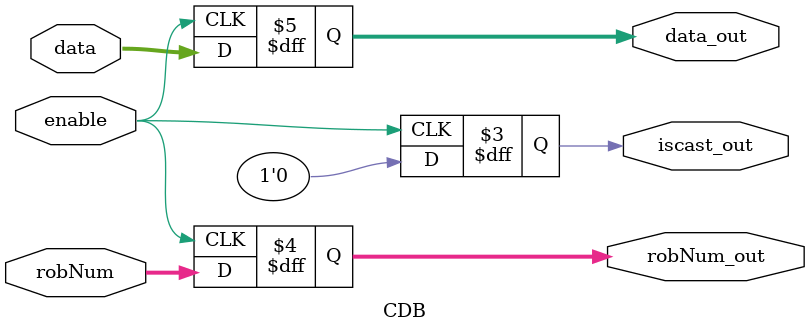
<source format=v>
`timescale 10ps / 100fs

module CDB (
	input wire enable,
	input wire[5:0] robNum,
	input wire[31:0] data,

	output reg iscast_out,
	output reg[5:0] robNum_out,
	output reg[31:0] data_out
);

parameter invalidNum = 6'b010000;

initial begin
	iscast_out = 0;
end

always @(posedge enable) begin
	iscast_out = 0;
	robNum_out = robNum;
	data_out = data;
	iscast_out = 1;
	#0.1
	iscast_out = 0;
end

endmodule

</source>
